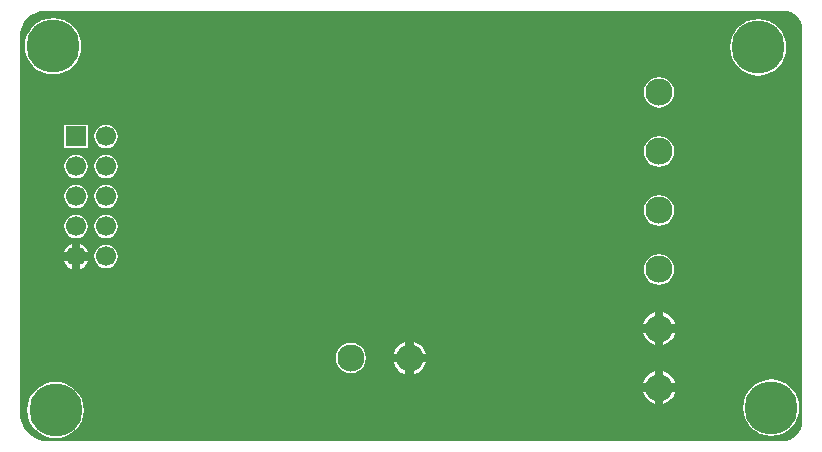
<source format=gbl>
G04*
G04 #@! TF.GenerationSoftware,Altium Limited,Altium Designer,21.2.2 (38)*
G04*
G04 Layer_Physical_Order=2*
G04 Layer_Color=16711680*
%FSLAX25Y25*%
%MOIN*%
G70*
G04*
G04 #@! TF.SameCoordinates,52117D65-C431-4FFD-8FC0-9D8E63821E45*
G04*
G04*
G04 #@! TF.FilePolarity,Positive*
G04*
G01*
G75*
%ADD30C,0.17717*%
%ADD31C,0.09055*%
%ADD32C,0.06693*%
%ADD33R,0.06693X0.06693*%
%ADD34C,0.02362*%
G36*
X9673Y144480D02*
X9673Y144480D01*
X255681Y144480D01*
X255682Y144480D01*
Y144480D01*
X256909Y144359D01*
X258089Y144001D01*
X259177Y143420D01*
X260130Y142637D01*
X260912Y141684D01*
X261494Y140596D01*
X261852Y139416D01*
X261972Y138189D01*
X261972Y138189D01*
X261972D01*
X261973Y137689D01*
X261972Y8374D01*
X261972Y7874D01*
X261972Y7874D01*
X261928Y7393D01*
X261843Y6536D01*
X261453Y5250D01*
X260820Y4064D01*
X259967Y3025D01*
X258928Y2173D01*
X257742Y1539D01*
X256456Y1149D01*
X255127Y1018D01*
X255118Y1020D01*
X11129Y1020D01*
X10629Y1020D01*
X10142Y1052D01*
X8751Y1189D01*
X6946Y1736D01*
X5282Y2626D01*
X3823Y3823D01*
X2626Y5282D01*
X1736Y6946D01*
X1189Y8751D01*
X1051Y10143D01*
X1020Y10630D01*
X1020Y10630D01*
X1020Y11130D01*
X1020Y135827D01*
X1012Y135865D01*
X1175Y137518D01*
X1668Y139143D01*
X2468Y140641D01*
X3546Y141954D01*
X4859Y143032D01*
X6357Y143832D01*
X7982Y144325D01*
X9188Y144444D01*
X9673Y144480D01*
X9673Y144480D01*
D02*
G37*
%LPC*%
G36*
X12205Y142081D02*
X10370Y141900D01*
X8606Y141365D01*
X6980Y140496D01*
X5555Y139327D01*
X4386Y137901D01*
X3517Y136276D01*
X2982Y134512D01*
X2801Y132677D01*
X2982Y130843D01*
X3517Y129079D01*
X4386Y127453D01*
X5555Y126028D01*
X6980Y124858D01*
X8606Y123989D01*
X10370Y123454D01*
X12205Y123274D01*
X14039Y123454D01*
X15803Y123989D01*
X17429Y124858D01*
X18854Y126028D01*
X20023Y127453D01*
X20892Y129079D01*
X21428Y130843D01*
X21608Y132677D01*
X21428Y134512D01*
X20892Y136276D01*
X20023Y137901D01*
X18854Y139327D01*
X17429Y140496D01*
X15803Y141365D01*
X14039Y141900D01*
X12205Y142081D01*
D02*
G37*
G36*
X247244Y141687D02*
X245409Y141506D01*
X243646Y140971D01*
X242020Y140102D01*
X240595Y138933D01*
X239425Y137508D01*
X238556Y135882D01*
X238021Y134118D01*
X237841Y132283D01*
X238021Y130449D01*
X238556Y128685D01*
X239425Y127059D01*
X240595Y125634D01*
X242020Y124465D01*
X243646Y123596D01*
X245409Y123061D01*
X247244Y122880D01*
X249079Y123061D01*
X250843Y123596D01*
X252468Y124465D01*
X253893Y125634D01*
X255063Y127059D01*
X255932Y128685D01*
X256467Y130449D01*
X256648Y132283D01*
X256467Y134118D01*
X255932Y135882D01*
X255063Y137508D01*
X253893Y138933D01*
X252468Y140102D01*
X250843Y140971D01*
X249079Y141506D01*
X247244Y141687D01*
D02*
G37*
G36*
X214173Y122394D02*
X212861Y122221D01*
X211638Y121714D01*
X210588Y120908D01*
X209782Y119858D01*
X209275Y118635D01*
X209102Y117323D01*
X209275Y116010D01*
X209782Y114787D01*
X210588Y113737D01*
X211638Y112931D01*
X212861Y112425D01*
X214173Y112252D01*
X215486Y112425D01*
X216709Y112931D01*
X217759Y113737D01*
X218565Y114787D01*
X219071Y116010D01*
X219244Y117323D01*
X219071Y118635D01*
X218565Y119858D01*
X217759Y120908D01*
X216709Y121714D01*
X215486Y122221D01*
X214173Y122394D01*
D02*
G37*
G36*
X23661Y106445D02*
X15968D01*
Y98752D01*
X23661D01*
Y106445D01*
D02*
G37*
G36*
X29815Y106478D02*
X28811Y106346D01*
X27875Y105958D01*
X27071Y105342D01*
X26455Y104538D01*
X26067Y103603D01*
X25935Y102598D01*
X26067Y101594D01*
X26455Y100659D01*
X27071Y99855D01*
X27875Y99239D01*
X28811Y98851D01*
X29815Y98719D01*
X30819Y98851D01*
X31754Y99239D01*
X32558Y99855D01*
X33175Y100659D01*
X33562Y101594D01*
X33694Y102598D01*
X33562Y103603D01*
X33175Y104538D01*
X32558Y105342D01*
X31754Y105958D01*
X30819Y106346D01*
X29815Y106478D01*
D02*
G37*
G36*
X214173Y102709D02*
X212861Y102536D01*
X211638Y102029D01*
X210588Y101224D01*
X209782Y100173D01*
X209275Y98950D01*
X209102Y97638D01*
X209275Y96325D01*
X209782Y95102D01*
X210588Y94052D01*
X211638Y93246D01*
X212861Y92740D01*
X214173Y92567D01*
X215486Y92740D01*
X216709Y93246D01*
X217759Y94052D01*
X218565Y95102D01*
X219071Y96325D01*
X219244Y97638D01*
X219071Y98950D01*
X218565Y100173D01*
X217759Y101224D01*
X216709Y102029D01*
X215486Y102536D01*
X214173Y102709D01*
D02*
G37*
G36*
X29815Y96478D02*
X28811Y96346D01*
X27875Y95958D01*
X27071Y95342D01*
X26455Y94538D01*
X26067Y93603D01*
X25935Y92598D01*
X26067Y91594D01*
X26455Y90659D01*
X27071Y89855D01*
X27875Y89239D01*
X28811Y88851D01*
X29815Y88719D01*
X30819Y88851D01*
X31754Y89239D01*
X32558Y89855D01*
X33175Y90659D01*
X33562Y91594D01*
X33694Y92598D01*
X33562Y93603D01*
X33175Y94538D01*
X32558Y95342D01*
X31754Y95958D01*
X30819Y96346D01*
X29815Y96478D01*
D02*
G37*
G36*
X19815D02*
X18811Y96346D01*
X17875Y95958D01*
X17071Y95342D01*
X16455Y94538D01*
X16067Y93603D01*
X15935Y92598D01*
X16067Y91594D01*
X16455Y90659D01*
X17071Y89855D01*
X17875Y89239D01*
X18811Y88851D01*
X19815Y88719D01*
X20819Y88851D01*
X21755Y89239D01*
X22558Y89855D01*
X23175Y90659D01*
X23562Y91594D01*
X23694Y92598D01*
X23562Y93603D01*
X23175Y94538D01*
X22558Y95342D01*
X21755Y95958D01*
X20819Y96346D01*
X19815Y96478D01*
D02*
G37*
G36*
X29815Y86478D02*
X28811Y86346D01*
X27875Y85958D01*
X27071Y85342D01*
X26455Y84538D01*
X26067Y83602D01*
X25935Y82598D01*
X26067Y81594D01*
X26455Y80659D01*
X27071Y79855D01*
X27875Y79239D01*
X28811Y78851D01*
X29815Y78719D01*
X30819Y78851D01*
X31754Y79239D01*
X32558Y79855D01*
X33175Y80659D01*
X33562Y81594D01*
X33694Y82598D01*
X33562Y83602D01*
X33175Y84538D01*
X32558Y85342D01*
X31754Y85958D01*
X30819Y86346D01*
X29815Y86478D01*
D02*
G37*
G36*
X19815D02*
X18811Y86346D01*
X17875Y85958D01*
X17071Y85342D01*
X16455Y84538D01*
X16067Y83602D01*
X15935Y82598D01*
X16067Y81594D01*
X16455Y80659D01*
X17071Y79855D01*
X17875Y79239D01*
X18811Y78851D01*
X19815Y78719D01*
X20819Y78851D01*
X21755Y79239D01*
X22558Y79855D01*
X23175Y80659D01*
X23562Y81594D01*
X23694Y82598D01*
X23562Y83602D01*
X23175Y84538D01*
X22558Y85342D01*
X21755Y85958D01*
X20819Y86346D01*
X19815Y86478D01*
D02*
G37*
G36*
X214173Y83024D02*
X212861Y82851D01*
X211638Y82344D01*
X210588Y81538D01*
X209782Y80488D01*
X209275Y79265D01*
X209102Y77953D01*
X209275Y76640D01*
X209782Y75417D01*
X210588Y74367D01*
X211638Y73561D01*
X212861Y73055D01*
X214173Y72882D01*
X215486Y73055D01*
X216709Y73561D01*
X217759Y74367D01*
X218565Y75417D01*
X219071Y76640D01*
X219244Y77953D01*
X219071Y79265D01*
X218565Y80488D01*
X217759Y81538D01*
X216709Y82344D01*
X215486Y82851D01*
X214173Y83024D01*
D02*
G37*
G36*
X29815Y76478D02*
X28811Y76346D01*
X27875Y75958D01*
X27071Y75342D01*
X26455Y74538D01*
X26067Y73602D01*
X25935Y72598D01*
X26067Y71594D01*
X26455Y70659D01*
X27071Y69855D01*
X27875Y69239D01*
X28811Y68851D01*
X29815Y68719D01*
X30819Y68851D01*
X31754Y69239D01*
X32558Y69855D01*
X33175Y70659D01*
X33562Y71594D01*
X33694Y72598D01*
X33562Y73602D01*
X33175Y74538D01*
X32558Y75342D01*
X31754Y75958D01*
X30819Y76346D01*
X29815Y76478D01*
D02*
G37*
G36*
X19815D02*
X18811Y76346D01*
X17875Y75958D01*
X17071Y75342D01*
X16455Y74538D01*
X16067Y73602D01*
X15935Y72598D01*
X16067Y71594D01*
X16455Y70659D01*
X17071Y69855D01*
X17875Y69239D01*
X18811Y68851D01*
X19815Y68719D01*
X20819Y68851D01*
X21755Y69239D01*
X22558Y69855D01*
X23175Y70659D01*
X23562Y71594D01*
X23694Y72598D01*
X23562Y73602D01*
X23175Y74538D01*
X22558Y75342D01*
X21755Y75958D01*
X20819Y76346D01*
X19815Y76478D01*
D02*
G37*
G36*
X21291Y66691D02*
Y64075D01*
X23908D01*
X23611Y64790D01*
X22915Y65698D01*
X22007Y66395D01*
X21291Y66691D01*
D02*
G37*
G36*
X18338D02*
X17623Y66395D01*
X16715Y65698D01*
X16018Y64790D01*
X15722Y64075D01*
X18338D01*
Y66691D01*
D02*
G37*
G36*
X29815Y66479D02*
X28811Y66347D01*
X27876Y65960D01*
X27072Y65343D01*
X26456Y64539D01*
X26068Y63604D01*
X25936Y62600D01*
X26068Y61595D01*
X26456Y60660D01*
X27072Y59856D01*
X27876Y59240D01*
X28811Y58852D01*
X29815Y58720D01*
X30819Y58852D01*
X31755Y59240D01*
X32559Y59856D01*
X33175Y60660D01*
X33563Y61595D01*
X33695Y62600D01*
X33563Y63604D01*
X33175Y64539D01*
X32559Y65343D01*
X31755Y65960D01*
X30819Y66347D01*
X29815Y66479D01*
D02*
G37*
G36*
X23908Y61122D02*
X21291D01*
Y58505D01*
X22007Y58802D01*
X22915Y59499D01*
X23611Y60406D01*
X23908Y61122D01*
D02*
G37*
G36*
X18338D02*
X15722D01*
X16018Y60406D01*
X16715Y59499D01*
X17623Y58802D01*
X18338Y58505D01*
Y61122D01*
D02*
G37*
G36*
X214173Y63339D02*
X212861Y63166D01*
X211638Y62659D01*
X210588Y61853D01*
X209782Y60803D01*
X209275Y59580D01*
X209102Y58268D01*
X209275Y56955D01*
X209782Y55732D01*
X210588Y54682D01*
X211638Y53876D01*
X212861Y53370D01*
X214173Y53197D01*
X215486Y53370D01*
X216709Y53876D01*
X217759Y54682D01*
X218565Y55732D01*
X219071Y56955D01*
X219244Y58268D01*
X219071Y59580D01*
X218565Y60803D01*
X217759Y61853D01*
X216709Y62659D01*
X215486Y63166D01*
X214173Y63339D01*
D02*
G37*
G36*
X215650Y43954D02*
Y40059D01*
X219545D01*
X219002Y41370D01*
X218115Y42525D01*
X216961Y43411D01*
X215650Y43954D01*
D02*
G37*
G36*
X212697Y43954D02*
X211386Y43411D01*
X210231Y42525D01*
X209345Y41370D01*
X208802Y40059D01*
X212697D01*
Y43954D01*
D02*
G37*
G36*
Y37106D02*
X208802D01*
X209345Y35795D01*
X210231Y34640D01*
X211386Y33754D01*
X212697Y33211D01*
Y37106D01*
D02*
G37*
G36*
X219545D02*
X215650D01*
Y33211D01*
X216961Y33754D01*
X218115Y34640D01*
X219002Y35795D01*
X219545Y37106D01*
D02*
G37*
G36*
X132579Y34112D02*
Y30217D01*
X136474D01*
X135931Y31528D01*
X135045Y32682D01*
X133890Y33569D01*
X132579Y34112D01*
D02*
G37*
G36*
X129626D02*
X128315Y33569D01*
X127160Y32682D01*
X126274Y31528D01*
X125731Y30217D01*
X129626D01*
Y34112D01*
D02*
G37*
G36*
X111417Y33811D02*
X110105Y33638D01*
X108882Y33132D01*
X107832Y32326D01*
X107026Y31276D01*
X106519Y30053D01*
X106346Y28740D01*
X106519Y27428D01*
X107026Y26205D01*
X107832Y25155D01*
X108882Y24349D01*
X110105Y23842D01*
X111417Y23669D01*
X112730Y23842D01*
X113953Y24349D01*
X115003Y25155D01*
X115809Y26205D01*
X116315Y27428D01*
X116488Y28740D01*
X116315Y30053D01*
X115809Y31276D01*
X115003Y32326D01*
X113953Y33132D01*
X112730Y33638D01*
X111417Y33811D01*
D02*
G37*
G36*
X136474Y27264D02*
X132579D01*
Y23369D01*
X133890Y23912D01*
X135045Y24798D01*
X135931Y25953D01*
X136474Y27264D01*
D02*
G37*
G36*
X129626D02*
X125731D01*
X126274Y25953D01*
X127160Y24798D01*
X128315Y23912D01*
X129626Y23369D01*
Y27264D01*
D02*
G37*
G36*
X215650Y24269D02*
Y20374D01*
X219545D01*
X219002Y21685D01*
X218115Y22840D01*
X216961Y23726D01*
X215650Y24269D01*
D02*
G37*
G36*
X212697Y24269D02*
X211386Y23726D01*
X210231Y22840D01*
X209345Y21685D01*
X208802Y20374D01*
X212697D01*
Y24269D01*
D02*
G37*
G36*
Y17421D02*
X208802D01*
X209345Y16110D01*
X210231Y14955D01*
X211386Y14069D01*
X212697Y13526D01*
Y17421D01*
D02*
G37*
G36*
X219545D02*
X215650D01*
Y13526D01*
X216961Y14069D01*
X218115Y14955D01*
X219002Y16110D01*
X219545Y17421D01*
D02*
G37*
G36*
X251575Y21608D02*
X249740Y21428D01*
X247976Y20892D01*
X246351Y20023D01*
X244925Y18854D01*
X243756Y17429D01*
X242887Y15803D01*
X242352Y14039D01*
X242171Y12205D01*
X242352Y10370D01*
X242887Y8606D01*
X243756Y6980D01*
X244925Y5555D01*
X246351Y4386D01*
X247976Y3517D01*
X249740Y2982D01*
X251575Y2801D01*
X253409Y2982D01*
X255173Y3517D01*
X256799Y4386D01*
X258224Y5555D01*
X259394Y6980D01*
X260262Y8606D01*
X260798Y10370D01*
X260978Y12205D01*
X260798Y14039D01*
X260262Y15803D01*
X259394Y17429D01*
X258224Y18854D01*
X256799Y20023D01*
X255173Y20892D01*
X253409Y21428D01*
X251575Y21608D01*
D02*
G37*
G36*
X12992Y20821D02*
X11158Y20640D01*
X9394Y20105D01*
X7768Y19236D01*
X6343Y18067D01*
X5173Y16642D01*
X4304Y15016D01*
X3769Y13252D01*
X3589Y11417D01*
X3769Y9583D01*
X4304Y7819D01*
X5173Y6193D01*
X6343Y4768D01*
X7768Y3599D01*
X9394Y2730D01*
X11158Y2194D01*
X12992Y2014D01*
X14827Y2194D01*
X16591Y2730D01*
X18216Y3599D01*
X19641Y4768D01*
X20811Y6193D01*
X21680Y7819D01*
X22215Y9583D01*
X22396Y11417D01*
X22215Y13252D01*
X21680Y15016D01*
X20811Y16642D01*
X19641Y18067D01*
X18216Y19236D01*
X16591Y20105D01*
X14827Y20640D01*
X12992Y20821D01*
D02*
G37*
%LPD*%
D30*
X251575Y12205D02*
D03*
X12992Y11417D02*
D03*
X247244Y132283D02*
D03*
X12205Y132677D02*
D03*
D31*
X214173Y38583D02*
D03*
Y18898D02*
D03*
Y97638D02*
D03*
Y117323D02*
D03*
Y77953D02*
D03*
Y58268D02*
D03*
X131102Y28740D02*
D03*
X111417D02*
D03*
D32*
X29815Y62600D02*
D03*
X19815Y62598D02*
D03*
X29815Y92598D02*
D03*
Y72598D02*
D03*
Y82598D02*
D03*
Y102598D02*
D03*
X19815Y72598D02*
D03*
Y82598D02*
D03*
Y92598D02*
D03*
D33*
Y102598D02*
D03*
D34*
X254331Y120472D02*
D03*
X246457Y104724D02*
D03*
X254331Y88976D02*
D03*
Y57480D02*
D03*
X246457Y41732D02*
D03*
X254331Y25984D02*
D03*
X230709Y136221D02*
D03*
X238583Y120472D02*
D03*
X230709Y104724D02*
D03*
X238583Y88976D02*
D03*
X230709Y73228D02*
D03*
Y41732D02*
D03*
X238583Y25984D02*
D03*
X230709Y10236D02*
D03*
X222835Y120472D02*
D03*
X214961Y104724D02*
D03*
X222835Y88976D02*
D03*
Y25984D02*
D03*
X214961Y10236D02*
D03*
X199213Y136221D02*
D03*
X207087Y120472D02*
D03*
X199213Y41732D02*
D03*
X207087Y25984D02*
D03*
X199213Y10236D02*
D03*
X183465Y136221D02*
D03*
X191339Y120472D02*
D03*
X183465Y104724D02*
D03*
Y41732D02*
D03*
X191339Y25984D02*
D03*
X183465Y10236D02*
D03*
X167717Y136221D02*
D03*
X175591Y120472D02*
D03*
X167717Y104724D02*
D03*
Y41732D02*
D03*
X175591Y25984D02*
D03*
X167717Y10236D02*
D03*
X151969Y136221D02*
D03*
X159843Y120472D02*
D03*
X151969Y104724D02*
D03*
Y41732D02*
D03*
X159843Y25984D02*
D03*
X151969Y10236D02*
D03*
X136221Y136221D02*
D03*
X144095Y120472D02*
D03*
X136221Y104724D02*
D03*
Y41732D02*
D03*
X120472Y136221D02*
D03*
X128346Y120472D02*
D03*
X120472Y104724D02*
D03*
X104724Y136221D02*
D03*
X112598Y120472D02*
D03*
X104724Y104724D02*
D03*
X88976Y136221D02*
D03*
X96850Y120472D02*
D03*
X88976Y104724D02*
D03*
X73228Y136221D02*
D03*
X81102Y120472D02*
D03*
X73228Y104724D02*
D03*
Y10236D02*
D03*
X57480Y136221D02*
D03*
X65354Y120472D02*
D03*
X57480Y104724D02*
D03*
Y41732D02*
D03*
X65354Y25984D02*
D03*
X57480Y10236D02*
D03*
X41732Y136221D02*
D03*
X49606Y120472D02*
D03*
X41732Y41732D02*
D03*
X49606Y25984D02*
D03*
X41732Y10236D02*
D03*
X25984Y136221D02*
D03*
X33858Y120472D02*
D03*
Y25984D02*
D03*
X25984Y10236D02*
D03*
X18110Y120472D02*
D03*
X10236Y41732D02*
D03*
X18110Y25984D02*
D03*
X94882Y87008D02*
D03*
X49162Y64840D02*
D03*
Y74567D02*
D03*
Y94366D02*
D03*
Y83468D02*
D03*
X70866Y94488D02*
D03*
Y64961D02*
D03*
Y74518D02*
D03*
Y83465D02*
D03*
M02*

</source>
